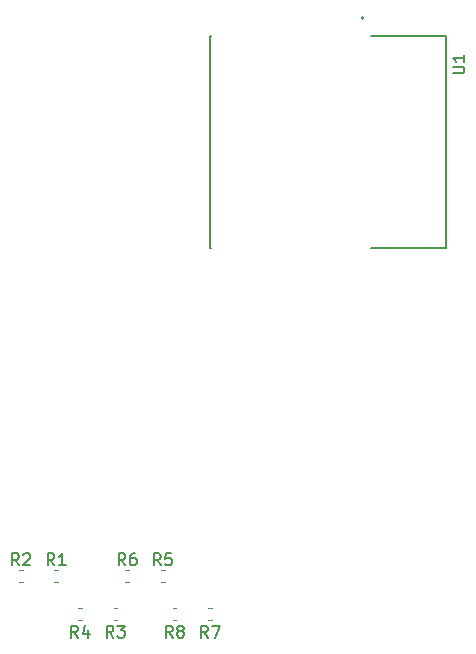
<source format=gbr>
G04 #@! TF.GenerationSoftware,KiCad,Pcbnew,8.0.4*
G04 #@! TF.CreationDate,2024-08-17T23:15:17-04:00*
G04 #@! TF.ProjectId,PCIexpress_x4_low,50434965-7870-4726-9573-735f78345f6c,rev?*
G04 #@! TF.SameCoordinates,Original*
G04 #@! TF.FileFunction,Legend,Top*
G04 #@! TF.FilePolarity,Positive*
%FSLAX46Y46*%
G04 Gerber Fmt 4.6, Leading zero omitted, Abs format (unit mm)*
G04 Created by KiCad (PCBNEW 8.0.4) date 2024-08-17 23:15:17*
%MOMM*%
%LPD*%
G01*
G04 APERTURE LIST*
%ADD10C,0.150000*%
%ADD11C,0.200000*%
%ADD12C,0.127000*%
%ADD13C,0.120000*%
G04 APERTURE END LIST*
D10*
X160664819Y-138061904D02*
X161474342Y-138061904D01*
X161474342Y-138061904D02*
X161569580Y-138014285D01*
X161569580Y-138014285D02*
X161617200Y-137966666D01*
X161617200Y-137966666D02*
X161664819Y-137871428D01*
X161664819Y-137871428D02*
X161664819Y-137680952D01*
X161664819Y-137680952D02*
X161617200Y-137585714D01*
X161617200Y-137585714D02*
X161569580Y-137538095D01*
X161569580Y-137538095D02*
X161474342Y-137490476D01*
X161474342Y-137490476D02*
X160664819Y-137490476D01*
X161664819Y-136490476D02*
X161664819Y-137061904D01*
X161664819Y-136776190D02*
X160664819Y-136776190D01*
X160664819Y-136776190D02*
X160807676Y-136871428D01*
X160807676Y-136871428D02*
X160902914Y-136966666D01*
X160902914Y-136966666D02*
X160950533Y-137061904D01*
X126958333Y-179704819D02*
X126625000Y-179228628D01*
X126386905Y-179704819D02*
X126386905Y-178704819D01*
X126386905Y-178704819D02*
X126767857Y-178704819D01*
X126767857Y-178704819D02*
X126863095Y-178752438D01*
X126863095Y-178752438D02*
X126910714Y-178800057D01*
X126910714Y-178800057D02*
X126958333Y-178895295D01*
X126958333Y-178895295D02*
X126958333Y-179038152D01*
X126958333Y-179038152D02*
X126910714Y-179133390D01*
X126910714Y-179133390D02*
X126863095Y-179181009D01*
X126863095Y-179181009D02*
X126767857Y-179228628D01*
X126767857Y-179228628D02*
X126386905Y-179228628D01*
X127910714Y-179704819D02*
X127339286Y-179704819D01*
X127625000Y-179704819D02*
X127625000Y-178704819D01*
X127625000Y-178704819D02*
X127529762Y-178847676D01*
X127529762Y-178847676D02*
X127434524Y-178942914D01*
X127434524Y-178942914D02*
X127339286Y-178990533D01*
X123958333Y-179704819D02*
X123625000Y-179228628D01*
X123386905Y-179704819D02*
X123386905Y-178704819D01*
X123386905Y-178704819D02*
X123767857Y-178704819D01*
X123767857Y-178704819D02*
X123863095Y-178752438D01*
X123863095Y-178752438D02*
X123910714Y-178800057D01*
X123910714Y-178800057D02*
X123958333Y-178895295D01*
X123958333Y-178895295D02*
X123958333Y-179038152D01*
X123958333Y-179038152D02*
X123910714Y-179133390D01*
X123910714Y-179133390D02*
X123863095Y-179181009D01*
X123863095Y-179181009D02*
X123767857Y-179228628D01*
X123767857Y-179228628D02*
X123386905Y-179228628D01*
X124339286Y-178800057D02*
X124386905Y-178752438D01*
X124386905Y-178752438D02*
X124482143Y-178704819D01*
X124482143Y-178704819D02*
X124720238Y-178704819D01*
X124720238Y-178704819D02*
X124815476Y-178752438D01*
X124815476Y-178752438D02*
X124863095Y-178800057D01*
X124863095Y-178800057D02*
X124910714Y-178895295D01*
X124910714Y-178895295D02*
X124910714Y-178990533D01*
X124910714Y-178990533D02*
X124863095Y-179133390D01*
X124863095Y-179133390D02*
X124291667Y-179704819D01*
X124291667Y-179704819D02*
X124910714Y-179704819D01*
X135958333Y-179704819D02*
X135625000Y-179228628D01*
X135386905Y-179704819D02*
X135386905Y-178704819D01*
X135386905Y-178704819D02*
X135767857Y-178704819D01*
X135767857Y-178704819D02*
X135863095Y-178752438D01*
X135863095Y-178752438D02*
X135910714Y-178800057D01*
X135910714Y-178800057D02*
X135958333Y-178895295D01*
X135958333Y-178895295D02*
X135958333Y-179038152D01*
X135958333Y-179038152D02*
X135910714Y-179133390D01*
X135910714Y-179133390D02*
X135863095Y-179181009D01*
X135863095Y-179181009D02*
X135767857Y-179228628D01*
X135767857Y-179228628D02*
X135386905Y-179228628D01*
X136863095Y-178704819D02*
X136386905Y-178704819D01*
X136386905Y-178704819D02*
X136339286Y-179181009D01*
X136339286Y-179181009D02*
X136386905Y-179133390D01*
X136386905Y-179133390D02*
X136482143Y-179085771D01*
X136482143Y-179085771D02*
X136720238Y-179085771D01*
X136720238Y-179085771D02*
X136815476Y-179133390D01*
X136815476Y-179133390D02*
X136863095Y-179181009D01*
X136863095Y-179181009D02*
X136910714Y-179276247D01*
X136910714Y-179276247D02*
X136910714Y-179514342D01*
X136910714Y-179514342D02*
X136863095Y-179609580D01*
X136863095Y-179609580D02*
X136815476Y-179657200D01*
X136815476Y-179657200D02*
X136720238Y-179704819D01*
X136720238Y-179704819D02*
X136482143Y-179704819D01*
X136482143Y-179704819D02*
X136386905Y-179657200D01*
X136386905Y-179657200D02*
X136339286Y-179609580D01*
X132958333Y-179704819D02*
X132625000Y-179228628D01*
X132386905Y-179704819D02*
X132386905Y-178704819D01*
X132386905Y-178704819D02*
X132767857Y-178704819D01*
X132767857Y-178704819D02*
X132863095Y-178752438D01*
X132863095Y-178752438D02*
X132910714Y-178800057D01*
X132910714Y-178800057D02*
X132958333Y-178895295D01*
X132958333Y-178895295D02*
X132958333Y-179038152D01*
X132958333Y-179038152D02*
X132910714Y-179133390D01*
X132910714Y-179133390D02*
X132863095Y-179181009D01*
X132863095Y-179181009D02*
X132767857Y-179228628D01*
X132767857Y-179228628D02*
X132386905Y-179228628D01*
X133815476Y-178704819D02*
X133625000Y-178704819D01*
X133625000Y-178704819D02*
X133529762Y-178752438D01*
X133529762Y-178752438D02*
X133482143Y-178800057D01*
X133482143Y-178800057D02*
X133386905Y-178942914D01*
X133386905Y-178942914D02*
X133339286Y-179133390D01*
X133339286Y-179133390D02*
X133339286Y-179514342D01*
X133339286Y-179514342D02*
X133386905Y-179609580D01*
X133386905Y-179609580D02*
X133434524Y-179657200D01*
X133434524Y-179657200D02*
X133529762Y-179704819D01*
X133529762Y-179704819D02*
X133720238Y-179704819D01*
X133720238Y-179704819D02*
X133815476Y-179657200D01*
X133815476Y-179657200D02*
X133863095Y-179609580D01*
X133863095Y-179609580D02*
X133910714Y-179514342D01*
X133910714Y-179514342D02*
X133910714Y-179276247D01*
X133910714Y-179276247D02*
X133863095Y-179181009D01*
X133863095Y-179181009D02*
X133815476Y-179133390D01*
X133815476Y-179133390D02*
X133720238Y-179085771D01*
X133720238Y-179085771D02*
X133529762Y-179085771D01*
X133529762Y-179085771D02*
X133434524Y-179133390D01*
X133434524Y-179133390D02*
X133386905Y-179181009D01*
X133386905Y-179181009D02*
X133339286Y-179276247D01*
X139958333Y-185829819D02*
X139625000Y-185353628D01*
X139386905Y-185829819D02*
X139386905Y-184829819D01*
X139386905Y-184829819D02*
X139767857Y-184829819D01*
X139767857Y-184829819D02*
X139863095Y-184877438D01*
X139863095Y-184877438D02*
X139910714Y-184925057D01*
X139910714Y-184925057D02*
X139958333Y-185020295D01*
X139958333Y-185020295D02*
X139958333Y-185163152D01*
X139958333Y-185163152D02*
X139910714Y-185258390D01*
X139910714Y-185258390D02*
X139863095Y-185306009D01*
X139863095Y-185306009D02*
X139767857Y-185353628D01*
X139767857Y-185353628D02*
X139386905Y-185353628D01*
X140291667Y-184829819D02*
X140958333Y-184829819D01*
X140958333Y-184829819D02*
X140529762Y-185829819D01*
X136958333Y-185829819D02*
X136625000Y-185353628D01*
X136386905Y-185829819D02*
X136386905Y-184829819D01*
X136386905Y-184829819D02*
X136767857Y-184829819D01*
X136767857Y-184829819D02*
X136863095Y-184877438D01*
X136863095Y-184877438D02*
X136910714Y-184925057D01*
X136910714Y-184925057D02*
X136958333Y-185020295D01*
X136958333Y-185020295D02*
X136958333Y-185163152D01*
X136958333Y-185163152D02*
X136910714Y-185258390D01*
X136910714Y-185258390D02*
X136863095Y-185306009D01*
X136863095Y-185306009D02*
X136767857Y-185353628D01*
X136767857Y-185353628D02*
X136386905Y-185353628D01*
X137529762Y-185258390D02*
X137434524Y-185210771D01*
X137434524Y-185210771D02*
X137386905Y-185163152D01*
X137386905Y-185163152D02*
X137339286Y-185067914D01*
X137339286Y-185067914D02*
X137339286Y-185020295D01*
X137339286Y-185020295D02*
X137386905Y-184925057D01*
X137386905Y-184925057D02*
X137434524Y-184877438D01*
X137434524Y-184877438D02*
X137529762Y-184829819D01*
X137529762Y-184829819D02*
X137720238Y-184829819D01*
X137720238Y-184829819D02*
X137815476Y-184877438D01*
X137815476Y-184877438D02*
X137863095Y-184925057D01*
X137863095Y-184925057D02*
X137910714Y-185020295D01*
X137910714Y-185020295D02*
X137910714Y-185067914D01*
X137910714Y-185067914D02*
X137863095Y-185163152D01*
X137863095Y-185163152D02*
X137815476Y-185210771D01*
X137815476Y-185210771D02*
X137720238Y-185258390D01*
X137720238Y-185258390D02*
X137529762Y-185258390D01*
X137529762Y-185258390D02*
X137434524Y-185306009D01*
X137434524Y-185306009D02*
X137386905Y-185353628D01*
X137386905Y-185353628D02*
X137339286Y-185448866D01*
X137339286Y-185448866D02*
X137339286Y-185639342D01*
X137339286Y-185639342D02*
X137386905Y-185734580D01*
X137386905Y-185734580D02*
X137434524Y-185782200D01*
X137434524Y-185782200D02*
X137529762Y-185829819D01*
X137529762Y-185829819D02*
X137720238Y-185829819D01*
X137720238Y-185829819D02*
X137815476Y-185782200D01*
X137815476Y-185782200D02*
X137863095Y-185734580D01*
X137863095Y-185734580D02*
X137910714Y-185639342D01*
X137910714Y-185639342D02*
X137910714Y-185448866D01*
X137910714Y-185448866D02*
X137863095Y-185353628D01*
X137863095Y-185353628D02*
X137815476Y-185306009D01*
X137815476Y-185306009D02*
X137720238Y-185258390D01*
X128958333Y-185829819D02*
X128625000Y-185353628D01*
X128386905Y-185829819D02*
X128386905Y-184829819D01*
X128386905Y-184829819D02*
X128767857Y-184829819D01*
X128767857Y-184829819D02*
X128863095Y-184877438D01*
X128863095Y-184877438D02*
X128910714Y-184925057D01*
X128910714Y-184925057D02*
X128958333Y-185020295D01*
X128958333Y-185020295D02*
X128958333Y-185163152D01*
X128958333Y-185163152D02*
X128910714Y-185258390D01*
X128910714Y-185258390D02*
X128863095Y-185306009D01*
X128863095Y-185306009D02*
X128767857Y-185353628D01*
X128767857Y-185353628D02*
X128386905Y-185353628D01*
X129815476Y-185163152D02*
X129815476Y-185829819D01*
X129577381Y-184782200D02*
X129339286Y-185496485D01*
X129339286Y-185496485D02*
X129958333Y-185496485D01*
X131958333Y-185829819D02*
X131625000Y-185353628D01*
X131386905Y-185829819D02*
X131386905Y-184829819D01*
X131386905Y-184829819D02*
X131767857Y-184829819D01*
X131767857Y-184829819D02*
X131863095Y-184877438D01*
X131863095Y-184877438D02*
X131910714Y-184925057D01*
X131910714Y-184925057D02*
X131958333Y-185020295D01*
X131958333Y-185020295D02*
X131958333Y-185163152D01*
X131958333Y-185163152D02*
X131910714Y-185258390D01*
X131910714Y-185258390D02*
X131863095Y-185306009D01*
X131863095Y-185306009D02*
X131767857Y-185353628D01*
X131767857Y-185353628D02*
X131386905Y-185353628D01*
X132291667Y-184829819D02*
X132910714Y-184829819D01*
X132910714Y-184829819D02*
X132577381Y-185210771D01*
X132577381Y-185210771D02*
X132720238Y-185210771D01*
X132720238Y-185210771D02*
X132815476Y-185258390D01*
X132815476Y-185258390D02*
X132863095Y-185306009D01*
X132863095Y-185306009D02*
X132910714Y-185401247D01*
X132910714Y-185401247D02*
X132910714Y-185639342D01*
X132910714Y-185639342D02*
X132863095Y-185734580D01*
X132863095Y-185734580D02*
X132815476Y-185782200D01*
X132815476Y-185782200D02*
X132720238Y-185829819D01*
X132720238Y-185829819D02*
X132434524Y-185829819D01*
X132434524Y-185829819D02*
X132339286Y-185782200D01*
X132339286Y-185782200D02*
X132291667Y-185734580D01*
D11*
X153125000Y-133375000D02*
G75*
G02*
X152925000Y-133375000I-100000J0D01*
G01*
X152925000Y-133375000D02*
G75*
G02*
X153125000Y-133375000I100000J0D01*
G01*
D12*
X140125000Y-152875000D02*
X140255000Y-152875000D01*
X153795000Y-152875000D02*
X160125000Y-152875000D01*
X160125000Y-152875000D02*
X160125000Y-134875000D01*
X140125000Y-134875000D02*
X140125000Y-152875000D01*
X140125000Y-134875000D02*
X140255000Y-134875000D01*
X160125000Y-134875000D02*
X153795000Y-134875000D01*
D13*
X126962221Y-180115000D02*
X127287779Y-180115000D01*
X126962221Y-181135000D02*
X127287779Y-181135000D01*
X124287779Y-181135000D02*
X123962221Y-181135000D01*
X124287779Y-180115000D02*
X123962221Y-180115000D01*
X135962221Y-181135000D02*
X136287779Y-181135000D01*
X135962221Y-180115000D02*
X136287779Y-180115000D01*
X133287779Y-180115000D02*
X132962221Y-180115000D01*
X133287779Y-181135000D02*
X132962221Y-181135000D01*
X139962221Y-184385000D02*
X140287779Y-184385000D01*
X139962221Y-183365000D02*
X140287779Y-183365000D01*
X137287779Y-184385000D02*
X136962221Y-184385000D01*
X137287779Y-183365000D02*
X136962221Y-183365000D01*
X129287779Y-183365000D02*
X128962221Y-183365000D01*
X129287779Y-184385000D02*
X128962221Y-184385000D01*
X131962221Y-183365000D02*
X132287779Y-183365000D01*
X131962221Y-184385000D02*
X132287779Y-184385000D01*
M02*

</source>
